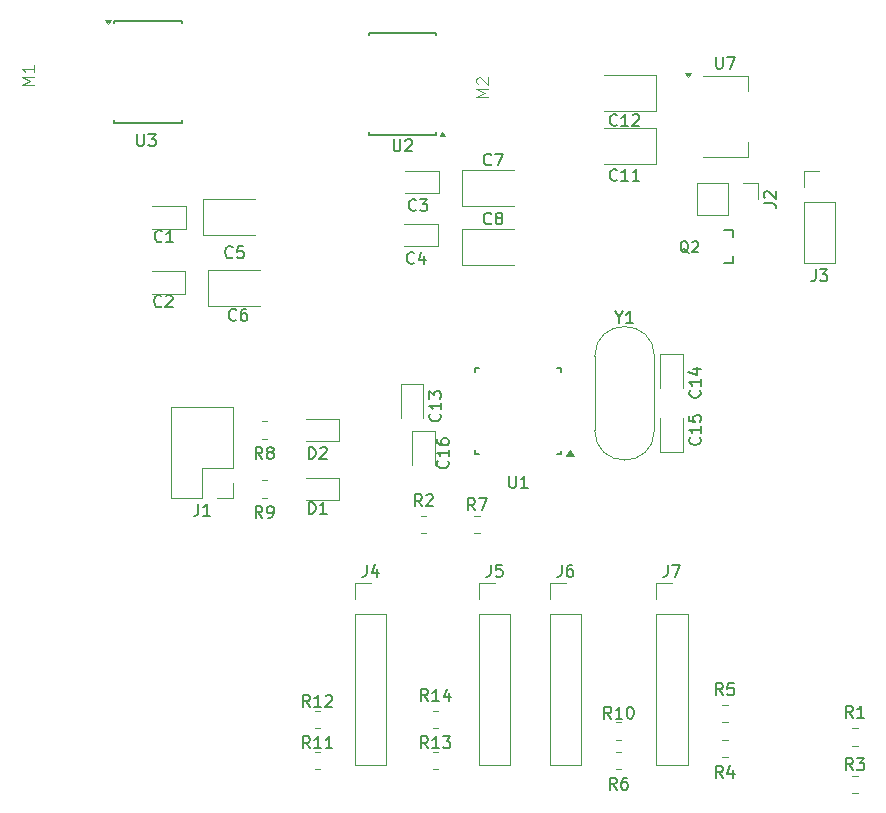
<source format=gbr>
%TF.GenerationSoftware,KiCad,Pcbnew,8.0.1*%
%TF.CreationDate,2024-06-07T20:18:40+02:00*%
%TF.ProjectId,minisumo,6d696e69-7375-46d6-9f2e-6b696361645f,rev?*%
%TF.SameCoordinates,Original*%
%TF.FileFunction,Legend,Top*%
%TF.FilePolarity,Positive*%
%FSLAX46Y46*%
G04 Gerber Fmt 4.6, Leading zero omitted, Abs format (unit mm)*
G04 Created by KiCad (PCBNEW 8.0.1) date 2024-06-07 20:18:40*
%MOMM*%
%LPD*%
G01*
G04 APERTURE LIST*
%ADD10C,0.150000*%
%ADD11C,0.100000*%
%ADD12C,0.120000*%
%ADD13C,0.203200*%
G04 APERTURE END LIST*
D10*
X72938095Y-93404819D02*
X72938095Y-94214342D01*
X72938095Y-94214342D02*
X72985714Y-94309580D01*
X72985714Y-94309580D02*
X73033333Y-94357200D01*
X73033333Y-94357200D02*
X73128571Y-94404819D01*
X73128571Y-94404819D02*
X73319047Y-94404819D01*
X73319047Y-94404819D02*
X73414285Y-94357200D01*
X73414285Y-94357200D02*
X73461904Y-94309580D01*
X73461904Y-94309580D02*
X73509523Y-94214342D01*
X73509523Y-94214342D02*
X73509523Y-93404819D01*
X73938095Y-93500057D02*
X73985714Y-93452438D01*
X73985714Y-93452438D02*
X74080952Y-93404819D01*
X74080952Y-93404819D02*
X74319047Y-93404819D01*
X74319047Y-93404819D02*
X74414285Y-93452438D01*
X74414285Y-93452438D02*
X74461904Y-93500057D01*
X74461904Y-93500057D02*
X74509523Y-93595295D01*
X74509523Y-93595295D02*
X74509523Y-93690533D01*
X74509523Y-93690533D02*
X74461904Y-93833390D01*
X74461904Y-93833390D02*
X73890476Y-94404819D01*
X73890476Y-94404819D02*
X74509523Y-94404819D01*
X81208333Y-100509580D02*
X81160714Y-100557200D01*
X81160714Y-100557200D02*
X81017857Y-100604819D01*
X81017857Y-100604819D02*
X80922619Y-100604819D01*
X80922619Y-100604819D02*
X80779762Y-100557200D01*
X80779762Y-100557200D02*
X80684524Y-100461961D01*
X80684524Y-100461961D02*
X80636905Y-100366723D01*
X80636905Y-100366723D02*
X80589286Y-100176247D01*
X80589286Y-100176247D02*
X80589286Y-100033390D01*
X80589286Y-100033390D02*
X80636905Y-99842914D01*
X80636905Y-99842914D02*
X80684524Y-99747676D01*
X80684524Y-99747676D02*
X80779762Y-99652438D01*
X80779762Y-99652438D02*
X80922619Y-99604819D01*
X80922619Y-99604819D02*
X81017857Y-99604819D01*
X81017857Y-99604819D02*
X81160714Y-99652438D01*
X81160714Y-99652438D02*
X81208333Y-99700057D01*
X81779762Y-100033390D02*
X81684524Y-99985771D01*
X81684524Y-99985771D02*
X81636905Y-99938152D01*
X81636905Y-99938152D02*
X81589286Y-99842914D01*
X81589286Y-99842914D02*
X81589286Y-99795295D01*
X81589286Y-99795295D02*
X81636905Y-99700057D01*
X81636905Y-99700057D02*
X81684524Y-99652438D01*
X81684524Y-99652438D02*
X81779762Y-99604819D01*
X81779762Y-99604819D02*
X81970238Y-99604819D01*
X81970238Y-99604819D02*
X82065476Y-99652438D01*
X82065476Y-99652438D02*
X82113095Y-99700057D01*
X82113095Y-99700057D02*
X82160714Y-99795295D01*
X82160714Y-99795295D02*
X82160714Y-99842914D01*
X82160714Y-99842914D02*
X82113095Y-99938152D01*
X82113095Y-99938152D02*
X82065476Y-99985771D01*
X82065476Y-99985771D02*
X81970238Y-100033390D01*
X81970238Y-100033390D02*
X81779762Y-100033390D01*
X81779762Y-100033390D02*
X81684524Y-100081009D01*
X81684524Y-100081009D02*
X81636905Y-100128628D01*
X81636905Y-100128628D02*
X81589286Y-100223866D01*
X81589286Y-100223866D02*
X81589286Y-100414342D01*
X81589286Y-100414342D02*
X81636905Y-100509580D01*
X81636905Y-100509580D02*
X81684524Y-100557200D01*
X81684524Y-100557200D02*
X81779762Y-100604819D01*
X81779762Y-100604819D02*
X81970238Y-100604819D01*
X81970238Y-100604819D02*
X82065476Y-100557200D01*
X82065476Y-100557200D02*
X82113095Y-100509580D01*
X82113095Y-100509580D02*
X82160714Y-100414342D01*
X82160714Y-100414342D02*
X82160714Y-100223866D01*
X82160714Y-100223866D02*
X82113095Y-100128628D01*
X82113095Y-100128628D02*
X82065476Y-100081009D01*
X82065476Y-100081009D02*
X81970238Y-100033390D01*
X70666666Y-129424819D02*
X70666666Y-130139104D01*
X70666666Y-130139104D02*
X70619047Y-130281961D01*
X70619047Y-130281961D02*
X70523809Y-130377200D01*
X70523809Y-130377200D02*
X70380952Y-130424819D01*
X70380952Y-130424819D02*
X70285714Y-130424819D01*
X71571428Y-129758152D02*
X71571428Y-130424819D01*
X71333333Y-129377200D02*
X71095238Y-130091485D01*
X71095238Y-130091485D02*
X71714285Y-130091485D01*
X79833333Y-124804819D02*
X79500000Y-124328628D01*
X79261905Y-124804819D02*
X79261905Y-123804819D01*
X79261905Y-123804819D02*
X79642857Y-123804819D01*
X79642857Y-123804819D02*
X79738095Y-123852438D01*
X79738095Y-123852438D02*
X79785714Y-123900057D01*
X79785714Y-123900057D02*
X79833333Y-123995295D01*
X79833333Y-123995295D02*
X79833333Y-124138152D01*
X79833333Y-124138152D02*
X79785714Y-124233390D01*
X79785714Y-124233390D02*
X79738095Y-124281009D01*
X79738095Y-124281009D02*
X79642857Y-124328628D01*
X79642857Y-124328628D02*
X79261905Y-124328628D01*
X80166667Y-123804819D02*
X80833333Y-123804819D01*
X80833333Y-123804819D02*
X80404762Y-124804819D01*
X98859580Y-114642857D02*
X98907200Y-114690476D01*
X98907200Y-114690476D02*
X98954819Y-114833333D01*
X98954819Y-114833333D02*
X98954819Y-114928571D01*
X98954819Y-114928571D02*
X98907200Y-115071428D01*
X98907200Y-115071428D02*
X98811961Y-115166666D01*
X98811961Y-115166666D02*
X98716723Y-115214285D01*
X98716723Y-115214285D02*
X98526247Y-115261904D01*
X98526247Y-115261904D02*
X98383390Y-115261904D01*
X98383390Y-115261904D02*
X98192914Y-115214285D01*
X98192914Y-115214285D02*
X98097676Y-115166666D01*
X98097676Y-115166666D02*
X98002438Y-115071428D01*
X98002438Y-115071428D02*
X97954819Y-114928571D01*
X97954819Y-114928571D02*
X97954819Y-114833333D01*
X97954819Y-114833333D02*
X98002438Y-114690476D01*
X98002438Y-114690476D02*
X98050057Y-114642857D01*
X98954819Y-113690476D02*
X98954819Y-114261904D01*
X98954819Y-113976190D02*
X97954819Y-113976190D01*
X97954819Y-113976190D02*
X98097676Y-114071428D01*
X98097676Y-114071428D02*
X98192914Y-114166666D01*
X98192914Y-114166666D02*
X98240533Y-114261904D01*
X98288152Y-112833333D02*
X98954819Y-112833333D01*
X97907200Y-113071428D02*
X98621485Y-113309523D01*
X98621485Y-113309523D02*
X98621485Y-112690476D01*
X91357142Y-142454819D02*
X91023809Y-141978628D01*
X90785714Y-142454819D02*
X90785714Y-141454819D01*
X90785714Y-141454819D02*
X91166666Y-141454819D01*
X91166666Y-141454819D02*
X91261904Y-141502438D01*
X91261904Y-141502438D02*
X91309523Y-141550057D01*
X91309523Y-141550057D02*
X91357142Y-141645295D01*
X91357142Y-141645295D02*
X91357142Y-141788152D01*
X91357142Y-141788152D02*
X91309523Y-141883390D01*
X91309523Y-141883390D02*
X91261904Y-141931009D01*
X91261904Y-141931009D02*
X91166666Y-141978628D01*
X91166666Y-141978628D02*
X90785714Y-141978628D01*
X92309523Y-142454819D02*
X91738095Y-142454819D01*
X92023809Y-142454819D02*
X92023809Y-141454819D01*
X92023809Y-141454819D02*
X91928571Y-141597676D01*
X91928571Y-141597676D02*
X91833333Y-141692914D01*
X91833333Y-141692914D02*
X91738095Y-141740533D01*
X92928571Y-141454819D02*
X93023809Y-141454819D01*
X93023809Y-141454819D02*
X93119047Y-141502438D01*
X93119047Y-141502438D02*
X93166666Y-141550057D01*
X93166666Y-141550057D02*
X93214285Y-141645295D01*
X93214285Y-141645295D02*
X93261904Y-141835771D01*
X93261904Y-141835771D02*
X93261904Y-142073866D01*
X93261904Y-142073866D02*
X93214285Y-142264342D01*
X93214285Y-142264342D02*
X93166666Y-142359580D01*
X93166666Y-142359580D02*
X93119047Y-142407200D01*
X93119047Y-142407200D02*
X93023809Y-142454819D01*
X93023809Y-142454819D02*
X92928571Y-142454819D01*
X92928571Y-142454819D02*
X92833333Y-142407200D01*
X92833333Y-142407200D02*
X92785714Y-142359580D01*
X92785714Y-142359580D02*
X92738095Y-142264342D01*
X92738095Y-142264342D02*
X92690476Y-142073866D01*
X92690476Y-142073866D02*
X92690476Y-141835771D01*
X92690476Y-141835771D02*
X92738095Y-141645295D01*
X92738095Y-141645295D02*
X92785714Y-141550057D01*
X92785714Y-141550057D02*
X92833333Y-141502438D01*
X92833333Y-141502438D02*
X92928571Y-141454819D01*
X97914285Y-102994271D02*
X97828571Y-102951414D01*
X97828571Y-102951414D02*
X97742857Y-102865700D01*
X97742857Y-102865700D02*
X97614285Y-102737128D01*
X97614285Y-102737128D02*
X97528571Y-102694271D01*
X97528571Y-102694271D02*
X97442857Y-102694271D01*
X97485714Y-102908557D02*
X97400000Y-102865700D01*
X97400000Y-102865700D02*
X97314285Y-102779985D01*
X97314285Y-102779985D02*
X97271428Y-102608557D01*
X97271428Y-102608557D02*
X97271428Y-102308557D01*
X97271428Y-102308557D02*
X97314285Y-102137128D01*
X97314285Y-102137128D02*
X97400000Y-102051414D01*
X97400000Y-102051414D02*
X97485714Y-102008557D01*
X97485714Y-102008557D02*
X97657142Y-102008557D01*
X97657142Y-102008557D02*
X97742857Y-102051414D01*
X97742857Y-102051414D02*
X97828571Y-102137128D01*
X97828571Y-102137128D02*
X97871428Y-102308557D01*
X97871428Y-102308557D02*
X97871428Y-102608557D01*
X97871428Y-102608557D02*
X97828571Y-102779985D01*
X97828571Y-102779985D02*
X97742857Y-102865700D01*
X97742857Y-102865700D02*
X97657142Y-102908557D01*
X97657142Y-102908557D02*
X97485714Y-102908557D01*
X98214285Y-102094271D02*
X98257142Y-102051414D01*
X98257142Y-102051414D02*
X98342857Y-102008557D01*
X98342857Y-102008557D02*
X98557142Y-102008557D01*
X98557142Y-102008557D02*
X98642857Y-102051414D01*
X98642857Y-102051414D02*
X98685714Y-102094271D01*
X98685714Y-102094271D02*
X98728571Y-102179985D01*
X98728571Y-102179985D02*
X98728571Y-102265700D01*
X98728571Y-102265700D02*
X98685714Y-102394271D01*
X98685714Y-102394271D02*
X98171428Y-102908557D01*
X98171428Y-102908557D02*
X98728571Y-102908557D01*
X81166666Y-129424819D02*
X81166666Y-130139104D01*
X81166666Y-130139104D02*
X81119047Y-130281961D01*
X81119047Y-130281961D02*
X81023809Y-130377200D01*
X81023809Y-130377200D02*
X80880952Y-130424819D01*
X80880952Y-130424819D02*
X80785714Y-130424819D01*
X82119047Y-129424819D02*
X81642857Y-129424819D01*
X81642857Y-129424819D02*
X81595238Y-129901009D01*
X81595238Y-129901009D02*
X81642857Y-129853390D01*
X81642857Y-129853390D02*
X81738095Y-129805771D01*
X81738095Y-129805771D02*
X81976190Y-129805771D01*
X81976190Y-129805771D02*
X82071428Y-129853390D01*
X82071428Y-129853390D02*
X82119047Y-129901009D01*
X82119047Y-129901009D02*
X82166666Y-129996247D01*
X82166666Y-129996247D02*
X82166666Y-130234342D01*
X82166666Y-130234342D02*
X82119047Y-130329580D01*
X82119047Y-130329580D02*
X82071428Y-130377200D01*
X82071428Y-130377200D02*
X81976190Y-130424819D01*
X81976190Y-130424819D02*
X81738095Y-130424819D01*
X81738095Y-130424819D02*
X81642857Y-130377200D01*
X81642857Y-130377200D02*
X81595238Y-130329580D01*
X92023809Y-108478628D02*
X92023809Y-108954819D01*
X91690476Y-107954819D02*
X92023809Y-108478628D01*
X92023809Y-108478628D02*
X92357142Y-107954819D01*
X93214285Y-108954819D02*
X92642857Y-108954819D01*
X92928571Y-108954819D02*
X92928571Y-107954819D01*
X92928571Y-107954819D02*
X92833333Y-108097676D01*
X92833333Y-108097676D02*
X92738095Y-108192914D01*
X92738095Y-108192914D02*
X92642857Y-108240533D01*
X98859580Y-118642857D02*
X98907200Y-118690476D01*
X98907200Y-118690476D02*
X98954819Y-118833333D01*
X98954819Y-118833333D02*
X98954819Y-118928571D01*
X98954819Y-118928571D02*
X98907200Y-119071428D01*
X98907200Y-119071428D02*
X98811961Y-119166666D01*
X98811961Y-119166666D02*
X98716723Y-119214285D01*
X98716723Y-119214285D02*
X98526247Y-119261904D01*
X98526247Y-119261904D02*
X98383390Y-119261904D01*
X98383390Y-119261904D02*
X98192914Y-119214285D01*
X98192914Y-119214285D02*
X98097676Y-119166666D01*
X98097676Y-119166666D02*
X98002438Y-119071428D01*
X98002438Y-119071428D02*
X97954819Y-118928571D01*
X97954819Y-118928571D02*
X97954819Y-118833333D01*
X97954819Y-118833333D02*
X98002438Y-118690476D01*
X98002438Y-118690476D02*
X98050057Y-118642857D01*
X98954819Y-117690476D02*
X98954819Y-118261904D01*
X98954819Y-117976190D02*
X97954819Y-117976190D01*
X97954819Y-117976190D02*
X98097676Y-118071428D01*
X98097676Y-118071428D02*
X98192914Y-118166666D01*
X98192914Y-118166666D02*
X98240533Y-118261904D01*
X97954819Y-116785714D02*
X97954819Y-117261904D01*
X97954819Y-117261904D02*
X98431009Y-117309523D01*
X98431009Y-117309523D02*
X98383390Y-117261904D01*
X98383390Y-117261904D02*
X98335771Y-117166666D01*
X98335771Y-117166666D02*
X98335771Y-116928571D01*
X98335771Y-116928571D02*
X98383390Y-116833333D01*
X98383390Y-116833333D02*
X98431009Y-116785714D01*
X98431009Y-116785714D02*
X98526247Y-116738095D01*
X98526247Y-116738095D02*
X98764342Y-116738095D01*
X98764342Y-116738095D02*
X98859580Y-116785714D01*
X98859580Y-116785714D02*
X98907200Y-116833333D01*
X98907200Y-116833333D02*
X98954819Y-116928571D01*
X98954819Y-116928571D02*
X98954819Y-117166666D01*
X98954819Y-117166666D02*
X98907200Y-117261904D01*
X98907200Y-117261904D02*
X98859580Y-117309523D01*
X75857142Y-140954819D02*
X75523809Y-140478628D01*
X75285714Y-140954819D02*
X75285714Y-139954819D01*
X75285714Y-139954819D02*
X75666666Y-139954819D01*
X75666666Y-139954819D02*
X75761904Y-140002438D01*
X75761904Y-140002438D02*
X75809523Y-140050057D01*
X75809523Y-140050057D02*
X75857142Y-140145295D01*
X75857142Y-140145295D02*
X75857142Y-140288152D01*
X75857142Y-140288152D02*
X75809523Y-140383390D01*
X75809523Y-140383390D02*
X75761904Y-140431009D01*
X75761904Y-140431009D02*
X75666666Y-140478628D01*
X75666666Y-140478628D02*
X75285714Y-140478628D01*
X76809523Y-140954819D02*
X76238095Y-140954819D01*
X76523809Y-140954819D02*
X76523809Y-139954819D01*
X76523809Y-139954819D02*
X76428571Y-140097676D01*
X76428571Y-140097676D02*
X76333333Y-140192914D01*
X76333333Y-140192914D02*
X76238095Y-140240533D01*
X77666666Y-140288152D02*
X77666666Y-140954819D01*
X77428571Y-139907200D02*
X77190476Y-140621485D01*
X77190476Y-140621485D02*
X77809523Y-140621485D01*
X74683333Y-103859580D02*
X74635714Y-103907200D01*
X74635714Y-103907200D02*
X74492857Y-103954819D01*
X74492857Y-103954819D02*
X74397619Y-103954819D01*
X74397619Y-103954819D02*
X74254762Y-103907200D01*
X74254762Y-103907200D02*
X74159524Y-103811961D01*
X74159524Y-103811961D02*
X74111905Y-103716723D01*
X74111905Y-103716723D02*
X74064286Y-103526247D01*
X74064286Y-103526247D02*
X74064286Y-103383390D01*
X74064286Y-103383390D02*
X74111905Y-103192914D01*
X74111905Y-103192914D02*
X74159524Y-103097676D01*
X74159524Y-103097676D02*
X74254762Y-103002438D01*
X74254762Y-103002438D02*
X74397619Y-102954819D01*
X74397619Y-102954819D02*
X74492857Y-102954819D01*
X74492857Y-102954819D02*
X74635714Y-103002438D01*
X74635714Y-103002438D02*
X74683333Y-103050057D01*
X75540476Y-103288152D02*
X75540476Y-103954819D01*
X75302381Y-102907200D02*
X75064286Y-103621485D01*
X75064286Y-103621485D02*
X75683333Y-103621485D01*
X77509580Y-120617857D02*
X77557200Y-120665476D01*
X77557200Y-120665476D02*
X77604819Y-120808333D01*
X77604819Y-120808333D02*
X77604819Y-120903571D01*
X77604819Y-120903571D02*
X77557200Y-121046428D01*
X77557200Y-121046428D02*
X77461961Y-121141666D01*
X77461961Y-121141666D02*
X77366723Y-121189285D01*
X77366723Y-121189285D02*
X77176247Y-121236904D01*
X77176247Y-121236904D02*
X77033390Y-121236904D01*
X77033390Y-121236904D02*
X76842914Y-121189285D01*
X76842914Y-121189285D02*
X76747676Y-121141666D01*
X76747676Y-121141666D02*
X76652438Y-121046428D01*
X76652438Y-121046428D02*
X76604819Y-120903571D01*
X76604819Y-120903571D02*
X76604819Y-120808333D01*
X76604819Y-120808333D02*
X76652438Y-120665476D01*
X76652438Y-120665476D02*
X76700057Y-120617857D01*
X77604819Y-119665476D02*
X77604819Y-120236904D01*
X77604819Y-119951190D02*
X76604819Y-119951190D01*
X76604819Y-119951190D02*
X76747676Y-120046428D01*
X76747676Y-120046428D02*
X76842914Y-120141666D01*
X76842914Y-120141666D02*
X76890533Y-120236904D01*
X76604819Y-118808333D02*
X76604819Y-118998809D01*
X76604819Y-118998809D02*
X76652438Y-119094047D01*
X76652438Y-119094047D02*
X76700057Y-119141666D01*
X76700057Y-119141666D02*
X76842914Y-119236904D01*
X76842914Y-119236904D02*
X77033390Y-119284523D01*
X77033390Y-119284523D02*
X77414342Y-119284523D01*
X77414342Y-119284523D02*
X77509580Y-119236904D01*
X77509580Y-119236904D02*
X77557200Y-119189285D01*
X77557200Y-119189285D02*
X77604819Y-119094047D01*
X77604819Y-119094047D02*
X77604819Y-118903571D01*
X77604819Y-118903571D02*
X77557200Y-118808333D01*
X77557200Y-118808333D02*
X77509580Y-118760714D01*
X77509580Y-118760714D02*
X77414342Y-118713095D01*
X77414342Y-118713095D02*
X77176247Y-118713095D01*
X77176247Y-118713095D02*
X77081009Y-118760714D01*
X77081009Y-118760714D02*
X77033390Y-118808333D01*
X77033390Y-118808333D02*
X76985771Y-118903571D01*
X76985771Y-118903571D02*
X76985771Y-119094047D01*
X76985771Y-119094047D02*
X77033390Y-119189285D01*
X77033390Y-119189285D02*
X77081009Y-119236904D01*
X77081009Y-119236904D02*
X77176247Y-119284523D01*
X100238095Y-86414819D02*
X100238095Y-87224342D01*
X100238095Y-87224342D02*
X100285714Y-87319580D01*
X100285714Y-87319580D02*
X100333333Y-87367200D01*
X100333333Y-87367200D02*
X100428571Y-87414819D01*
X100428571Y-87414819D02*
X100619047Y-87414819D01*
X100619047Y-87414819D02*
X100714285Y-87367200D01*
X100714285Y-87367200D02*
X100761904Y-87319580D01*
X100761904Y-87319580D02*
X100809523Y-87224342D01*
X100809523Y-87224342D02*
X100809523Y-86414819D01*
X101190476Y-86414819D02*
X101857142Y-86414819D01*
X101857142Y-86414819D02*
X101428571Y-87414819D01*
X111833333Y-146804819D02*
X111500000Y-146328628D01*
X111261905Y-146804819D02*
X111261905Y-145804819D01*
X111261905Y-145804819D02*
X111642857Y-145804819D01*
X111642857Y-145804819D02*
X111738095Y-145852438D01*
X111738095Y-145852438D02*
X111785714Y-145900057D01*
X111785714Y-145900057D02*
X111833333Y-145995295D01*
X111833333Y-145995295D02*
X111833333Y-146138152D01*
X111833333Y-146138152D02*
X111785714Y-146233390D01*
X111785714Y-146233390D02*
X111738095Y-146281009D01*
X111738095Y-146281009D02*
X111642857Y-146328628D01*
X111642857Y-146328628D02*
X111261905Y-146328628D01*
X112166667Y-145804819D02*
X112785714Y-145804819D01*
X112785714Y-145804819D02*
X112452381Y-146185771D01*
X112452381Y-146185771D02*
X112595238Y-146185771D01*
X112595238Y-146185771D02*
X112690476Y-146233390D01*
X112690476Y-146233390D02*
X112738095Y-146281009D01*
X112738095Y-146281009D02*
X112785714Y-146376247D01*
X112785714Y-146376247D02*
X112785714Y-146614342D01*
X112785714Y-146614342D02*
X112738095Y-146709580D01*
X112738095Y-146709580D02*
X112690476Y-146757200D01*
X112690476Y-146757200D02*
X112595238Y-146804819D01*
X112595238Y-146804819D02*
X112309524Y-146804819D01*
X112309524Y-146804819D02*
X112214286Y-146757200D01*
X112214286Y-146757200D02*
X112166667Y-146709580D01*
X75333333Y-124454819D02*
X75000000Y-123978628D01*
X74761905Y-124454819D02*
X74761905Y-123454819D01*
X74761905Y-123454819D02*
X75142857Y-123454819D01*
X75142857Y-123454819D02*
X75238095Y-123502438D01*
X75238095Y-123502438D02*
X75285714Y-123550057D01*
X75285714Y-123550057D02*
X75333333Y-123645295D01*
X75333333Y-123645295D02*
X75333333Y-123788152D01*
X75333333Y-123788152D02*
X75285714Y-123883390D01*
X75285714Y-123883390D02*
X75238095Y-123931009D01*
X75238095Y-123931009D02*
X75142857Y-123978628D01*
X75142857Y-123978628D02*
X74761905Y-123978628D01*
X75714286Y-123550057D02*
X75761905Y-123502438D01*
X75761905Y-123502438D02*
X75857143Y-123454819D01*
X75857143Y-123454819D02*
X76095238Y-123454819D01*
X76095238Y-123454819D02*
X76190476Y-123502438D01*
X76190476Y-123502438D02*
X76238095Y-123550057D01*
X76238095Y-123550057D02*
X76285714Y-123645295D01*
X76285714Y-123645295D02*
X76285714Y-123740533D01*
X76285714Y-123740533D02*
X76238095Y-123883390D01*
X76238095Y-123883390D02*
X75666667Y-124454819D01*
X75666667Y-124454819D02*
X76285714Y-124454819D01*
X100833333Y-147454819D02*
X100500000Y-146978628D01*
X100261905Y-147454819D02*
X100261905Y-146454819D01*
X100261905Y-146454819D02*
X100642857Y-146454819D01*
X100642857Y-146454819D02*
X100738095Y-146502438D01*
X100738095Y-146502438D02*
X100785714Y-146550057D01*
X100785714Y-146550057D02*
X100833333Y-146645295D01*
X100833333Y-146645295D02*
X100833333Y-146788152D01*
X100833333Y-146788152D02*
X100785714Y-146883390D01*
X100785714Y-146883390D02*
X100738095Y-146931009D01*
X100738095Y-146931009D02*
X100642857Y-146978628D01*
X100642857Y-146978628D02*
X100261905Y-146978628D01*
X101690476Y-146788152D02*
X101690476Y-147454819D01*
X101452381Y-146407200D02*
X101214286Y-147121485D01*
X101214286Y-147121485D02*
X101833333Y-147121485D01*
D11*
X80957419Y-89809523D02*
X79957419Y-89809523D01*
X79957419Y-89809523D02*
X80671704Y-89476190D01*
X80671704Y-89476190D02*
X79957419Y-89142857D01*
X79957419Y-89142857D02*
X80957419Y-89142857D01*
X80052657Y-88714285D02*
X80005038Y-88666666D01*
X80005038Y-88666666D02*
X79957419Y-88571428D01*
X79957419Y-88571428D02*
X79957419Y-88333333D01*
X79957419Y-88333333D02*
X80005038Y-88238095D01*
X80005038Y-88238095D02*
X80052657Y-88190476D01*
X80052657Y-88190476D02*
X80147895Y-88142857D01*
X80147895Y-88142857D02*
X80243133Y-88142857D01*
X80243133Y-88142857D02*
X80385990Y-88190476D01*
X80385990Y-88190476D02*
X80957419Y-88761904D01*
X80957419Y-88761904D02*
X80957419Y-88142857D01*
D10*
X76859580Y-116642857D02*
X76907200Y-116690476D01*
X76907200Y-116690476D02*
X76954819Y-116833333D01*
X76954819Y-116833333D02*
X76954819Y-116928571D01*
X76954819Y-116928571D02*
X76907200Y-117071428D01*
X76907200Y-117071428D02*
X76811961Y-117166666D01*
X76811961Y-117166666D02*
X76716723Y-117214285D01*
X76716723Y-117214285D02*
X76526247Y-117261904D01*
X76526247Y-117261904D02*
X76383390Y-117261904D01*
X76383390Y-117261904D02*
X76192914Y-117214285D01*
X76192914Y-117214285D02*
X76097676Y-117166666D01*
X76097676Y-117166666D02*
X76002438Y-117071428D01*
X76002438Y-117071428D02*
X75954819Y-116928571D01*
X75954819Y-116928571D02*
X75954819Y-116833333D01*
X75954819Y-116833333D02*
X76002438Y-116690476D01*
X76002438Y-116690476D02*
X76050057Y-116642857D01*
X76954819Y-115690476D02*
X76954819Y-116261904D01*
X76954819Y-115976190D02*
X75954819Y-115976190D01*
X75954819Y-115976190D02*
X76097676Y-116071428D01*
X76097676Y-116071428D02*
X76192914Y-116166666D01*
X76192914Y-116166666D02*
X76240533Y-116261904D01*
X75954819Y-115357142D02*
X75954819Y-114738095D01*
X75954819Y-114738095D02*
X76335771Y-115071428D01*
X76335771Y-115071428D02*
X76335771Y-114928571D01*
X76335771Y-114928571D02*
X76383390Y-114833333D01*
X76383390Y-114833333D02*
X76431009Y-114785714D01*
X76431009Y-114785714D02*
X76526247Y-114738095D01*
X76526247Y-114738095D02*
X76764342Y-114738095D01*
X76764342Y-114738095D02*
X76859580Y-114785714D01*
X76859580Y-114785714D02*
X76907200Y-114833333D01*
X76907200Y-114833333D02*
X76954819Y-114928571D01*
X76954819Y-114928571D02*
X76954819Y-115214285D01*
X76954819Y-115214285D02*
X76907200Y-115309523D01*
X76907200Y-115309523D02*
X76859580Y-115357142D01*
X65857142Y-141454819D02*
X65523809Y-140978628D01*
X65285714Y-141454819D02*
X65285714Y-140454819D01*
X65285714Y-140454819D02*
X65666666Y-140454819D01*
X65666666Y-140454819D02*
X65761904Y-140502438D01*
X65761904Y-140502438D02*
X65809523Y-140550057D01*
X65809523Y-140550057D02*
X65857142Y-140645295D01*
X65857142Y-140645295D02*
X65857142Y-140788152D01*
X65857142Y-140788152D02*
X65809523Y-140883390D01*
X65809523Y-140883390D02*
X65761904Y-140931009D01*
X65761904Y-140931009D02*
X65666666Y-140978628D01*
X65666666Y-140978628D02*
X65285714Y-140978628D01*
X66809523Y-141454819D02*
X66238095Y-141454819D01*
X66523809Y-141454819D02*
X66523809Y-140454819D01*
X66523809Y-140454819D02*
X66428571Y-140597676D01*
X66428571Y-140597676D02*
X66333333Y-140692914D01*
X66333333Y-140692914D02*
X66238095Y-140740533D01*
X67190476Y-140550057D02*
X67238095Y-140502438D01*
X67238095Y-140502438D02*
X67333333Y-140454819D01*
X67333333Y-140454819D02*
X67571428Y-140454819D01*
X67571428Y-140454819D02*
X67666666Y-140502438D01*
X67666666Y-140502438D02*
X67714285Y-140550057D01*
X67714285Y-140550057D02*
X67761904Y-140645295D01*
X67761904Y-140645295D02*
X67761904Y-140740533D01*
X67761904Y-140740533D02*
X67714285Y-140883390D01*
X67714285Y-140883390D02*
X67142857Y-141454819D01*
X67142857Y-141454819D02*
X67761904Y-141454819D01*
X61833333Y-125454819D02*
X61500000Y-124978628D01*
X61261905Y-125454819D02*
X61261905Y-124454819D01*
X61261905Y-124454819D02*
X61642857Y-124454819D01*
X61642857Y-124454819D02*
X61738095Y-124502438D01*
X61738095Y-124502438D02*
X61785714Y-124550057D01*
X61785714Y-124550057D02*
X61833333Y-124645295D01*
X61833333Y-124645295D02*
X61833333Y-124788152D01*
X61833333Y-124788152D02*
X61785714Y-124883390D01*
X61785714Y-124883390D02*
X61738095Y-124931009D01*
X61738095Y-124931009D02*
X61642857Y-124978628D01*
X61642857Y-124978628D02*
X61261905Y-124978628D01*
X62309524Y-125454819D02*
X62500000Y-125454819D01*
X62500000Y-125454819D02*
X62595238Y-125407200D01*
X62595238Y-125407200D02*
X62642857Y-125359580D01*
X62642857Y-125359580D02*
X62738095Y-125216723D01*
X62738095Y-125216723D02*
X62785714Y-125026247D01*
X62785714Y-125026247D02*
X62785714Y-124645295D01*
X62785714Y-124645295D02*
X62738095Y-124550057D01*
X62738095Y-124550057D02*
X62690476Y-124502438D01*
X62690476Y-124502438D02*
X62595238Y-124454819D01*
X62595238Y-124454819D02*
X62404762Y-124454819D01*
X62404762Y-124454819D02*
X62309524Y-124502438D01*
X62309524Y-124502438D02*
X62261905Y-124550057D01*
X62261905Y-124550057D02*
X62214286Y-124645295D01*
X62214286Y-124645295D02*
X62214286Y-124883390D01*
X62214286Y-124883390D02*
X62261905Y-124978628D01*
X62261905Y-124978628D02*
X62309524Y-125026247D01*
X62309524Y-125026247D02*
X62404762Y-125073866D01*
X62404762Y-125073866D02*
X62595238Y-125073866D01*
X62595238Y-125073866D02*
X62690476Y-125026247D01*
X62690476Y-125026247D02*
X62738095Y-124978628D01*
X62738095Y-124978628D02*
X62785714Y-124883390D01*
X65761905Y-125104819D02*
X65761905Y-124104819D01*
X65761905Y-124104819D02*
X66000000Y-124104819D01*
X66000000Y-124104819D02*
X66142857Y-124152438D01*
X66142857Y-124152438D02*
X66238095Y-124247676D01*
X66238095Y-124247676D02*
X66285714Y-124342914D01*
X66285714Y-124342914D02*
X66333333Y-124533390D01*
X66333333Y-124533390D02*
X66333333Y-124676247D01*
X66333333Y-124676247D02*
X66285714Y-124866723D01*
X66285714Y-124866723D02*
X66238095Y-124961961D01*
X66238095Y-124961961D02*
X66142857Y-125057200D01*
X66142857Y-125057200D02*
X66000000Y-125104819D01*
X66000000Y-125104819D02*
X65761905Y-125104819D01*
X67285714Y-125104819D02*
X66714286Y-125104819D01*
X67000000Y-125104819D02*
X67000000Y-124104819D01*
X67000000Y-124104819D02*
X66904762Y-124247676D01*
X66904762Y-124247676D02*
X66809524Y-124342914D01*
X66809524Y-124342914D02*
X66714286Y-124390533D01*
X56406666Y-124254819D02*
X56406666Y-124969104D01*
X56406666Y-124969104D02*
X56359047Y-125111961D01*
X56359047Y-125111961D02*
X56263809Y-125207200D01*
X56263809Y-125207200D02*
X56120952Y-125254819D01*
X56120952Y-125254819D02*
X56025714Y-125254819D01*
X57406666Y-125254819D02*
X56835238Y-125254819D01*
X57120952Y-125254819D02*
X57120952Y-124254819D01*
X57120952Y-124254819D02*
X57025714Y-124397676D01*
X57025714Y-124397676D02*
X56930476Y-124492914D01*
X56930476Y-124492914D02*
X56835238Y-124540533D01*
X59308333Y-103359580D02*
X59260714Y-103407200D01*
X59260714Y-103407200D02*
X59117857Y-103454819D01*
X59117857Y-103454819D02*
X59022619Y-103454819D01*
X59022619Y-103454819D02*
X58879762Y-103407200D01*
X58879762Y-103407200D02*
X58784524Y-103311961D01*
X58784524Y-103311961D02*
X58736905Y-103216723D01*
X58736905Y-103216723D02*
X58689286Y-103026247D01*
X58689286Y-103026247D02*
X58689286Y-102883390D01*
X58689286Y-102883390D02*
X58736905Y-102692914D01*
X58736905Y-102692914D02*
X58784524Y-102597676D01*
X58784524Y-102597676D02*
X58879762Y-102502438D01*
X58879762Y-102502438D02*
X59022619Y-102454819D01*
X59022619Y-102454819D02*
X59117857Y-102454819D01*
X59117857Y-102454819D02*
X59260714Y-102502438D01*
X59260714Y-102502438D02*
X59308333Y-102550057D01*
X60213095Y-102454819D02*
X59736905Y-102454819D01*
X59736905Y-102454819D02*
X59689286Y-102931009D01*
X59689286Y-102931009D02*
X59736905Y-102883390D01*
X59736905Y-102883390D02*
X59832143Y-102835771D01*
X59832143Y-102835771D02*
X60070238Y-102835771D01*
X60070238Y-102835771D02*
X60165476Y-102883390D01*
X60165476Y-102883390D02*
X60213095Y-102931009D01*
X60213095Y-102931009D02*
X60260714Y-103026247D01*
X60260714Y-103026247D02*
X60260714Y-103264342D01*
X60260714Y-103264342D02*
X60213095Y-103359580D01*
X60213095Y-103359580D02*
X60165476Y-103407200D01*
X60165476Y-103407200D02*
X60070238Y-103454819D01*
X60070238Y-103454819D02*
X59832143Y-103454819D01*
X59832143Y-103454819D02*
X59736905Y-103407200D01*
X59736905Y-103407200D02*
X59689286Y-103359580D01*
X75857142Y-144954819D02*
X75523809Y-144478628D01*
X75285714Y-144954819D02*
X75285714Y-143954819D01*
X75285714Y-143954819D02*
X75666666Y-143954819D01*
X75666666Y-143954819D02*
X75761904Y-144002438D01*
X75761904Y-144002438D02*
X75809523Y-144050057D01*
X75809523Y-144050057D02*
X75857142Y-144145295D01*
X75857142Y-144145295D02*
X75857142Y-144288152D01*
X75857142Y-144288152D02*
X75809523Y-144383390D01*
X75809523Y-144383390D02*
X75761904Y-144431009D01*
X75761904Y-144431009D02*
X75666666Y-144478628D01*
X75666666Y-144478628D02*
X75285714Y-144478628D01*
X76809523Y-144954819D02*
X76238095Y-144954819D01*
X76523809Y-144954819D02*
X76523809Y-143954819D01*
X76523809Y-143954819D02*
X76428571Y-144097676D01*
X76428571Y-144097676D02*
X76333333Y-144192914D01*
X76333333Y-144192914D02*
X76238095Y-144240533D01*
X77142857Y-143954819D02*
X77761904Y-143954819D01*
X77761904Y-143954819D02*
X77428571Y-144335771D01*
X77428571Y-144335771D02*
X77571428Y-144335771D01*
X77571428Y-144335771D02*
X77666666Y-144383390D01*
X77666666Y-144383390D02*
X77714285Y-144431009D01*
X77714285Y-144431009D02*
X77761904Y-144526247D01*
X77761904Y-144526247D02*
X77761904Y-144764342D01*
X77761904Y-144764342D02*
X77714285Y-144859580D01*
X77714285Y-144859580D02*
X77666666Y-144907200D01*
X77666666Y-144907200D02*
X77571428Y-144954819D01*
X77571428Y-144954819D02*
X77285714Y-144954819D01*
X77285714Y-144954819D02*
X77190476Y-144907200D01*
X77190476Y-144907200D02*
X77142857Y-144859580D01*
X108666666Y-104414819D02*
X108666666Y-105129104D01*
X108666666Y-105129104D02*
X108619047Y-105271961D01*
X108619047Y-105271961D02*
X108523809Y-105367200D01*
X108523809Y-105367200D02*
X108380952Y-105414819D01*
X108380952Y-105414819D02*
X108285714Y-105414819D01*
X109047619Y-104414819D02*
X109666666Y-104414819D01*
X109666666Y-104414819D02*
X109333333Y-104795771D01*
X109333333Y-104795771D02*
X109476190Y-104795771D01*
X109476190Y-104795771D02*
X109571428Y-104843390D01*
X109571428Y-104843390D02*
X109619047Y-104891009D01*
X109619047Y-104891009D02*
X109666666Y-104986247D01*
X109666666Y-104986247D02*
X109666666Y-105224342D01*
X109666666Y-105224342D02*
X109619047Y-105319580D01*
X109619047Y-105319580D02*
X109571428Y-105367200D01*
X109571428Y-105367200D02*
X109476190Y-105414819D01*
X109476190Y-105414819D02*
X109190476Y-105414819D01*
X109190476Y-105414819D02*
X109095238Y-105367200D01*
X109095238Y-105367200D02*
X109047619Y-105319580D01*
X91857142Y-96819580D02*
X91809523Y-96867200D01*
X91809523Y-96867200D02*
X91666666Y-96914819D01*
X91666666Y-96914819D02*
X91571428Y-96914819D01*
X91571428Y-96914819D02*
X91428571Y-96867200D01*
X91428571Y-96867200D02*
X91333333Y-96771961D01*
X91333333Y-96771961D02*
X91285714Y-96676723D01*
X91285714Y-96676723D02*
X91238095Y-96486247D01*
X91238095Y-96486247D02*
X91238095Y-96343390D01*
X91238095Y-96343390D02*
X91285714Y-96152914D01*
X91285714Y-96152914D02*
X91333333Y-96057676D01*
X91333333Y-96057676D02*
X91428571Y-95962438D01*
X91428571Y-95962438D02*
X91571428Y-95914819D01*
X91571428Y-95914819D02*
X91666666Y-95914819D01*
X91666666Y-95914819D02*
X91809523Y-95962438D01*
X91809523Y-95962438D02*
X91857142Y-96010057D01*
X92809523Y-96914819D02*
X92238095Y-96914819D01*
X92523809Y-96914819D02*
X92523809Y-95914819D01*
X92523809Y-95914819D02*
X92428571Y-96057676D01*
X92428571Y-96057676D02*
X92333333Y-96152914D01*
X92333333Y-96152914D02*
X92238095Y-96200533D01*
X93761904Y-96914819D02*
X93190476Y-96914819D01*
X93476190Y-96914819D02*
X93476190Y-95914819D01*
X93476190Y-95914819D02*
X93380952Y-96057676D01*
X93380952Y-96057676D02*
X93285714Y-96152914D01*
X93285714Y-96152914D02*
X93190476Y-96200533D01*
X91833333Y-148454819D02*
X91500000Y-147978628D01*
X91261905Y-148454819D02*
X91261905Y-147454819D01*
X91261905Y-147454819D02*
X91642857Y-147454819D01*
X91642857Y-147454819D02*
X91738095Y-147502438D01*
X91738095Y-147502438D02*
X91785714Y-147550057D01*
X91785714Y-147550057D02*
X91833333Y-147645295D01*
X91833333Y-147645295D02*
X91833333Y-147788152D01*
X91833333Y-147788152D02*
X91785714Y-147883390D01*
X91785714Y-147883390D02*
X91738095Y-147931009D01*
X91738095Y-147931009D02*
X91642857Y-147978628D01*
X91642857Y-147978628D02*
X91261905Y-147978628D01*
X92690476Y-147454819D02*
X92500000Y-147454819D01*
X92500000Y-147454819D02*
X92404762Y-147502438D01*
X92404762Y-147502438D02*
X92357143Y-147550057D01*
X92357143Y-147550057D02*
X92261905Y-147692914D01*
X92261905Y-147692914D02*
X92214286Y-147883390D01*
X92214286Y-147883390D02*
X92214286Y-148264342D01*
X92214286Y-148264342D02*
X92261905Y-148359580D01*
X92261905Y-148359580D02*
X92309524Y-148407200D01*
X92309524Y-148407200D02*
X92404762Y-148454819D01*
X92404762Y-148454819D02*
X92595238Y-148454819D01*
X92595238Y-148454819D02*
X92690476Y-148407200D01*
X92690476Y-148407200D02*
X92738095Y-148359580D01*
X92738095Y-148359580D02*
X92785714Y-148264342D01*
X92785714Y-148264342D02*
X92785714Y-148026247D01*
X92785714Y-148026247D02*
X92738095Y-147931009D01*
X92738095Y-147931009D02*
X92690476Y-147883390D01*
X92690476Y-147883390D02*
X92595238Y-147835771D01*
X92595238Y-147835771D02*
X92404762Y-147835771D01*
X92404762Y-147835771D02*
X92309524Y-147883390D01*
X92309524Y-147883390D02*
X92261905Y-147931009D01*
X92261905Y-147931009D02*
X92214286Y-148026247D01*
X81208333Y-95509580D02*
X81160714Y-95557200D01*
X81160714Y-95557200D02*
X81017857Y-95604819D01*
X81017857Y-95604819D02*
X80922619Y-95604819D01*
X80922619Y-95604819D02*
X80779762Y-95557200D01*
X80779762Y-95557200D02*
X80684524Y-95461961D01*
X80684524Y-95461961D02*
X80636905Y-95366723D01*
X80636905Y-95366723D02*
X80589286Y-95176247D01*
X80589286Y-95176247D02*
X80589286Y-95033390D01*
X80589286Y-95033390D02*
X80636905Y-94842914D01*
X80636905Y-94842914D02*
X80684524Y-94747676D01*
X80684524Y-94747676D02*
X80779762Y-94652438D01*
X80779762Y-94652438D02*
X80922619Y-94604819D01*
X80922619Y-94604819D02*
X81017857Y-94604819D01*
X81017857Y-94604819D02*
X81160714Y-94652438D01*
X81160714Y-94652438D02*
X81208333Y-94700057D01*
X81541667Y-94604819D02*
X82208333Y-94604819D01*
X82208333Y-94604819D02*
X81779762Y-95604819D01*
X82738095Y-121904819D02*
X82738095Y-122714342D01*
X82738095Y-122714342D02*
X82785714Y-122809580D01*
X82785714Y-122809580D02*
X82833333Y-122857200D01*
X82833333Y-122857200D02*
X82928571Y-122904819D01*
X82928571Y-122904819D02*
X83119047Y-122904819D01*
X83119047Y-122904819D02*
X83214285Y-122857200D01*
X83214285Y-122857200D02*
X83261904Y-122809580D01*
X83261904Y-122809580D02*
X83309523Y-122714342D01*
X83309523Y-122714342D02*
X83309523Y-121904819D01*
X84309523Y-122904819D02*
X83738095Y-122904819D01*
X84023809Y-122904819D02*
X84023809Y-121904819D01*
X84023809Y-121904819D02*
X83928571Y-122047676D01*
X83928571Y-122047676D02*
X83833333Y-122142914D01*
X83833333Y-122142914D02*
X83738095Y-122190533D01*
X100833333Y-140454819D02*
X100500000Y-139978628D01*
X100261905Y-140454819D02*
X100261905Y-139454819D01*
X100261905Y-139454819D02*
X100642857Y-139454819D01*
X100642857Y-139454819D02*
X100738095Y-139502438D01*
X100738095Y-139502438D02*
X100785714Y-139550057D01*
X100785714Y-139550057D02*
X100833333Y-139645295D01*
X100833333Y-139645295D02*
X100833333Y-139788152D01*
X100833333Y-139788152D02*
X100785714Y-139883390D01*
X100785714Y-139883390D02*
X100738095Y-139931009D01*
X100738095Y-139931009D02*
X100642857Y-139978628D01*
X100642857Y-139978628D02*
X100261905Y-139978628D01*
X101738095Y-139454819D02*
X101261905Y-139454819D01*
X101261905Y-139454819D02*
X101214286Y-139931009D01*
X101214286Y-139931009D02*
X101261905Y-139883390D01*
X101261905Y-139883390D02*
X101357143Y-139835771D01*
X101357143Y-139835771D02*
X101595238Y-139835771D01*
X101595238Y-139835771D02*
X101690476Y-139883390D01*
X101690476Y-139883390D02*
X101738095Y-139931009D01*
X101738095Y-139931009D02*
X101785714Y-140026247D01*
X101785714Y-140026247D02*
X101785714Y-140264342D01*
X101785714Y-140264342D02*
X101738095Y-140359580D01*
X101738095Y-140359580D02*
X101690476Y-140407200D01*
X101690476Y-140407200D02*
X101595238Y-140454819D01*
X101595238Y-140454819D02*
X101357143Y-140454819D01*
X101357143Y-140454819D02*
X101261905Y-140407200D01*
X101261905Y-140407200D02*
X101214286Y-140359580D01*
X87166666Y-129424819D02*
X87166666Y-130139104D01*
X87166666Y-130139104D02*
X87119047Y-130281961D01*
X87119047Y-130281961D02*
X87023809Y-130377200D01*
X87023809Y-130377200D02*
X86880952Y-130424819D01*
X86880952Y-130424819D02*
X86785714Y-130424819D01*
X88071428Y-129424819D02*
X87880952Y-129424819D01*
X87880952Y-129424819D02*
X87785714Y-129472438D01*
X87785714Y-129472438D02*
X87738095Y-129520057D01*
X87738095Y-129520057D02*
X87642857Y-129662914D01*
X87642857Y-129662914D02*
X87595238Y-129853390D01*
X87595238Y-129853390D02*
X87595238Y-130234342D01*
X87595238Y-130234342D02*
X87642857Y-130329580D01*
X87642857Y-130329580D02*
X87690476Y-130377200D01*
X87690476Y-130377200D02*
X87785714Y-130424819D01*
X87785714Y-130424819D02*
X87976190Y-130424819D01*
X87976190Y-130424819D02*
X88071428Y-130377200D01*
X88071428Y-130377200D02*
X88119047Y-130329580D01*
X88119047Y-130329580D02*
X88166666Y-130234342D01*
X88166666Y-130234342D02*
X88166666Y-129996247D01*
X88166666Y-129996247D02*
X88119047Y-129901009D01*
X88119047Y-129901009D02*
X88071428Y-129853390D01*
X88071428Y-129853390D02*
X87976190Y-129805771D01*
X87976190Y-129805771D02*
X87785714Y-129805771D01*
X87785714Y-129805771D02*
X87690476Y-129853390D01*
X87690476Y-129853390D02*
X87642857Y-129901009D01*
X87642857Y-129901009D02*
X87595238Y-129996247D01*
X65857142Y-144954819D02*
X65523809Y-144478628D01*
X65285714Y-144954819D02*
X65285714Y-143954819D01*
X65285714Y-143954819D02*
X65666666Y-143954819D01*
X65666666Y-143954819D02*
X65761904Y-144002438D01*
X65761904Y-144002438D02*
X65809523Y-144050057D01*
X65809523Y-144050057D02*
X65857142Y-144145295D01*
X65857142Y-144145295D02*
X65857142Y-144288152D01*
X65857142Y-144288152D02*
X65809523Y-144383390D01*
X65809523Y-144383390D02*
X65761904Y-144431009D01*
X65761904Y-144431009D02*
X65666666Y-144478628D01*
X65666666Y-144478628D02*
X65285714Y-144478628D01*
X66809523Y-144954819D02*
X66238095Y-144954819D01*
X66523809Y-144954819D02*
X66523809Y-143954819D01*
X66523809Y-143954819D02*
X66428571Y-144097676D01*
X66428571Y-144097676D02*
X66333333Y-144192914D01*
X66333333Y-144192914D02*
X66238095Y-144240533D01*
X67761904Y-144954819D02*
X67190476Y-144954819D01*
X67476190Y-144954819D02*
X67476190Y-143954819D01*
X67476190Y-143954819D02*
X67380952Y-144097676D01*
X67380952Y-144097676D02*
X67285714Y-144192914D01*
X67285714Y-144192914D02*
X67190476Y-144240533D01*
X53283333Y-107509580D02*
X53235714Y-107557200D01*
X53235714Y-107557200D02*
X53092857Y-107604819D01*
X53092857Y-107604819D02*
X52997619Y-107604819D01*
X52997619Y-107604819D02*
X52854762Y-107557200D01*
X52854762Y-107557200D02*
X52759524Y-107461961D01*
X52759524Y-107461961D02*
X52711905Y-107366723D01*
X52711905Y-107366723D02*
X52664286Y-107176247D01*
X52664286Y-107176247D02*
X52664286Y-107033390D01*
X52664286Y-107033390D02*
X52711905Y-106842914D01*
X52711905Y-106842914D02*
X52759524Y-106747676D01*
X52759524Y-106747676D02*
X52854762Y-106652438D01*
X52854762Y-106652438D02*
X52997619Y-106604819D01*
X52997619Y-106604819D02*
X53092857Y-106604819D01*
X53092857Y-106604819D02*
X53235714Y-106652438D01*
X53235714Y-106652438D02*
X53283333Y-106700057D01*
X53664286Y-106700057D02*
X53711905Y-106652438D01*
X53711905Y-106652438D02*
X53807143Y-106604819D01*
X53807143Y-106604819D02*
X54045238Y-106604819D01*
X54045238Y-106604819D02*
X54140476Y-106652438D01*
X54140476Y-106652438D02*
X54188095Y-106700057D01*
X54188095Y-106700057D02*
X54235714Y-106795295D01*
X54235714Y-106795295D02*
X54235714Y-106890533D01*
X54235714Y-106890533D02*
X54188095Y-107033390D01*
X54188095Y-107033390D02*
X53616667Y-107604819D01*
X53616667Y-107604819D02*
X54235714Y-107604819D01*
X65761905Y-120454819D02*
X65761905Y-119454819D01*
X65761905Y-119454819D02*
X66000000Y-119454819D01*
X66000000Y-119454819D02*
X66142857Y-119502438D01*
X66142857Y-119502438D02*
X66238095Y-119597676D01*
X66238095Y-119597676D02*
X66285714Y-119692914D01*
X66285714Y-119692914D02*
X66333333Y-119883390D01*
X66333333Y-119883390D02*
X66333333Y-120026247D01*
X66333333Y-120026247D02*
X66285714Y-120216723D01*
X66285714Y-120216723D02*
X66238095Y-120311961D01*
X66238095Y-120311961D02*
X66142857Y-120407200D01*
X66142857Y-120407200D02*
X66000000Y-120454819D01*
X66000000Y-120454819D02*
X65761905Y-120454819D01*
X66714286Y-119550057D02*
X66761905Y-119502438D01*
X66761905Y-119502438D02*
X66857143Y-119454819D01*
X66857143Y-119454819D02*
X67095238Y-119454819D01*
X67095238Y-119454819D02*
X67190476Y-119502438D01*
X67190476Y-119502438D02*
X67238095Y-119550057D01*
X67238095Y-119550057D02*
X67285714Y-119645295D01*
X67285714Y-119645295D02*
X67285714Y-119740533D01*
X67285714Y-119740533D02*
X67238095Y-119883390D01*
X67238095Y-119883390D02*
X66666667Y-120454819D01*
X66666667Y-120454819D02*
X67285714Y-120454819D01*
X104284819Y-98793333D02*
X104999104Y-98793333D01*
X104999104Y-98793333D02*
X105141961Y-98840952D01*
X105141961Y-98840952D02*
X105237200Y-98936190D01*
X105237200Y-98936190D02*
X105284819Y-99079047D01*
X105284819Y-99079047D02*
X105284819Y-99174285D01*
X104380057Y-98364761D02*
X104332438Y-98317142D01*
X104332438Y-98317142D02*
X104284819Y-98221904D01*
X104284819Y-98221904D02*
X104284819Y-97983809D01*
X104284819Y-97983809D02*
X104332438Y-97888571D01*
X104332438Y-97888571D02*
X104380057Y-97840952D01*
X104380057Y-97840952D02*
X104475295Y-97793333D01*
X104475295Y-97793333D02*
X104570533Y-97793333D01*
X104570533Y-97793333D02*
X104713390Y-97840952D01*
X104713390Y-97840952D02*
X105284819Y-98412380D01*
X105284819Y-98412380D02*
X105284819Y-97793333D01*
X74833333Y-99359580D02*
X74785714Y-99407200D01*
X74785714Y-99407200D02*
X74642857Y-99454819D01*
X74642857Y-99454819D02*
X74547619Y-99454819D01*
X74547619Y-99454819D02*
X74404762Y-99407200D01*
X74404762Y-99407200D02*
X74309524Y-99311961D01*
X74309524Y-99311961D02*
X74261905Y-99216723D01*
X74261905Y-99216723D02*
X74214286Y-99026247D01*
X74214286Y-99026247D02*
X74214286Y-98883390D01*
X74214286Y-98883390D02*
X74261905Y-98692914D01*
X74261905Y-98692914D02*
X74309524Y-98597676D01*
X74309524Y-98597676D02*
X74404762Y-98502438D01*
X74404762Y-98502438D02*
X74547619Y-98454819D01*
X74547619Y-98454819D02*
X74642857Y-98454819D01*
X74642857Y-98454819D02*
X74785714Y-98502438D01*
X74785714Y-98502438D02*
X74833333Y-98550057D01*
X75166667Y-98454819D02*
X75785714Y-98454819D01*
X75785714Y-98454819D02*
X75452381Y-98835771D01*
X75452381Y-98835771D02*
X75595238Y-98835771D01*
X75595238Y-98835771D02*
X75690476Y-98883390D01*
X75690476Y-98883390D02*
X75738095Y-98931009D01*
X75738095Y-98931009D02*
X75785714Y-99026247D01*
X75785714Y-99026247D02*
X75785714Y-99264342D01*
X75785714Y-99264342D02*
X75738095Y-99359580D01*
X75738095Y-99359580D02*
X75690476Y-99407200D01*
X75690476Y-99407200D02*
X75595238Y-99454819D01*
X75595238Y-99454819D02*
X75309524Y-99454819D01*
X75309524Y-99454819D02*
X75214286Y-99407200D01*
X75214286Y-99407200D02*
X75166667Y-99359580D01*
X53333333Y-102009580D02*
X53285714Y-102057200D01*
X53285714Y-102057200D02*
X53142857Y-102104819D01*
X53142857Y-102104819D02*
X53047619Y-102104819D01*
X53047619Y-102104819D02*
X52904762Y-102057200D01*
X52904762Y-102057200D02*
X52809524Y-101961961D01*
X52809524Y-101961961D02*
X52761905Y-101866723D01*
X52761905Y-101866723D02*
X52714286Y-101676247D01*
X52714286Y-101676247D02*
X52714286Y-101533390D01*
X52714286Y-101533390D02*
X52761905Y-101342914D01*
X52761905Y-101342914D02*
X52809524Y-101247676D01*
X52809524Y-101247676D02*
X52904762Y-101152438D01*
X52904762Y-101152438D02*
X53047619Y-101104819D01*
X53047619Y-101104819D02*
X53142857Y-101104819D01*
X53142857Y-101104819D02*
X53285714Y-101152438D01*
X53285714Y-101152438D02*
X53333333Y-101200057D01*
X54285714Y-102104819D02*
X53714286Y-102104819D01*
X54000000Y-102104819D02*
X54000000Y-101104819D01*
X54000000Y-101104819D02*
X53904762Y-101247676D01*
X53904762Y-101247676D02*
X53809524Y-101342914D01*
X53809524Y-101342914D02*
X53714286Y-101390533D01*
X111833333Y-142354819D02*
X111500000Y-141878628D01*
X111261905Y-142354819D02*
X111261905Y-141354819D01*
X111261905Y-141354819D02*
X111642857Y-141354819D01*
X111642857Y-141354819D02*
X111738095Y-141402438D01*
X111738095Y-141402438D02*
X111785714Y-141450057D01*
X111785714Y-141450057D02*
X111833333Y-141545295D01*
X111833333Y-141545295D02*
X111833333Y-141688152D01*
X111833333Y-141688152D02*
X111785714Y-141783390D01*
X111785714Y-141783390D02*
X111738095Y-141831009D01*
X111738095Y-141831009D02*
X111642857Y-141878628D01*
X111642857Y-141878628D02*
X111261905Y-141878628D01*
X112785714Y-142354819D02*
X112214286Y-142354819D01*
X112500000Y-142354819D02*
X112500000Y-141354819D01*
X112500000Y-141354819D02*
X112404762Y-141497676D01*
X112404762Y-141497676D02*
X112309524Y-141592914D01*
X112309524Y-141592914D02*
X112214286Y-141640533D01*
X96166666Y-129424819D02*
X96166666Y-130139104D01*
X96166666Y-130139104D02*
X96119047Y-130281961D01*
X96119047Y-130281961D02*
X96023809Y-130377200D01*
X96023809Y-130377200D02*
X95880952Y-130424819D01*
X95880952Y-130424819D02*
X95785714Y-130424819D01*
X96547619Y-129424819D02*
X97214285Y-129424819D01*
X97214285Y-129424819D02*
X96785714Y-130424819D01*
X61833333Y-120454819D02*
X61500000Y-119978628D01*
X61261905Y-120454819D02*
X61261905Y-119454819D01*
X61261905Y-119454819D02*
X61642857Y-119454819D01*
X61642857Y-119454819D02*
X61738095Y-119502438D01*
X61738095Y-119502438D02*
X61785714Y-119550057D01*
X61785714Y-119550057D02*
X61833333Y-119645295D01*
X61833333Y-119645295D02*
X61833333Y-119788152D01*
X61833333Y-119788152D02*
X61785714Y-119883390D01*
X61785714Y-119883390D02*
X61738095Y-119931009D01*
X61738095Y-119931009D02*
X61642857Y-119978628D01*
X61642857Y-119978628D02*
X61261905Y-119978628D01*
X62404762Y-119883390D02*
X62309524Y-119835771D01*
X62309524Y-119835771D02*
X62261905Y-119788152D01*
X62261905Y-119788152D02*
X62214286Y-119692914D01*
X62214286Y-119692914D02*
X62214286Y-119645295D01*
X62214286Y-119645295D02*
X62261905Y-119550057D01*
X62261905Y-119550057D02*
X62309524Y-119502438D01*
X62309524Y-119502438D02*
X62404762Y-119454819D01*
X62404762Y-119454819D02*
X62595238Y-119454819D01*
X62595238Y-119454819D02*
X62690476Y-119502438D01*
X62690476Y-119502438D02*
X62738095Y-119550057D01*
X62738095Y-119550057D02*
X62785714Y-119645295D01*
X62785714Y-119645295D02*
X62785714Y-119692914D01*
X62785714Y-119692914D02*
X62738095Y-119788152D01*
X62738095Y-119788152D02*
X62690476Y-119835771D01*
X62690476Y-119835771D02*
X62595238Y-119883390D01*
X62595238Y-119883390D02*
X62404762Y-119883390D01*
X62404762Y-119883390D02*
X62309524Y-119931009D01*
X62309524Y-119931009D02*
X62261905Y-119978628D01*
X62261905Y-119978628D02*
X62214286Y-120073866D01*
X62214286Y-120073866D02*
X62214286Y-120264342D01*
X62214286Y-120264342D02*
X62261905Y-120359580D01*
X62261905Y-120359580D02*
X62309524Y-120407200D01*
X62309524Y-120407200D02*
X62404762Y-120454819D01*
X62404762Y-120454819D02*
X62595238Y-120454819D01*
X62595238Y-120454819D02*
X62690476Y-120407200D01*
X62690476Y-120407200D02*
X62738095Y-120359580D01*
X62738095Y-120359580D02*
X62785714Y-120264342D01*
X62785714Y-120264342D02*
X62785714Y-120073866D01*
X62785714Y-120073866D02*
X62738095Y-119978628D01*
X62738095Y-119978628D02*
X62690476Y-119931009D01*
X62690476Y-119931009D02*
X62595238Y-119883390D01*
D11*
X42457419Y-88809523D02*
X41457419Y-88809523D01*
X41457419Y-88809523D02*
X42171704Y-88476190D01*
X42171704Y-88476190D02*
X41457419Y-88142857D01*
X41457419Y-88142857D02*
X42457419Y-88142857D01*
X42457419Y-87142857D02*
X42457419Y-87714285D01*
X42457419Y-87428571D02*
X41457419Y-87428571D01*
X41457419Y-87428571D02*
X41600276Y-87523809D01*
X41600276Y-87523809D02*
X41695514Y-87619047D01*
X41695514Y-87619047D02*
X41743133Y-87714285D01*
D10*
X51238095Y-92954819D02*
X51238095Y-93764342D01*
X51238095Y-93764342D02*
X51285714Y-93859580D01*
X51285714Y-93859580D02*
X51333333Y-93907200D01*
X51333333Y-93907200D02*
X51428571Y-93954819D01*
X51428571Y-93954819D02*
X51619047Y-93954819D01*
X51619047Y-93954819D02*
X51714285Y-93907200D01*
X51714285Y-93907200D02*
X51761904Y-93859580D01*
X51761904Y-93859580D02*
X51809523Y-93764342D01*
X51809523Y-93764342D02*
X51809523Y-92954819D01*
X52190476Y-92954819D02*
X52809523Y-92954819D01*
X52809523Y-92954819D02*
X52476190Y-93335771D01*
X52476190Y-93335771D02*
X52619047Y-93335771D01*
X52619047Y-93335771D02*
X52714285Y-93383390D01*
X52714285Y-93383390D02*
X52761904Y-93431009D01*
X52761904Y-93431009D02*
X52809523Y-93526247D01*
X52809523Y-93526247D02*
X52809523Y-93764342D01*
X52809523Y-93764342D02*
X52761904Y-93859580D01*
X52761904Y-93859580D02*
X52714285Y-93907200D01*
X52714285Y-93907200D02*
X52619047Y-93954819D01*
X52619047Y-93954819D02*
X52333333Y-93954819D01*
X52333333Y-93954819D02*
X52238095Y-93907200D01*
X52238095Y-93907200D02*
X52190476Y-93859580D01*
X91857142Y-92169580D02*
X91809523Y-92217200D01*
X91809523Y-92217200D02*
X91666666Y-92264819D01*
X91666666Y-92264819D02*
X91571428Y-92264819D01*
X91571428Y-92264819D02*
X91428571Y-92217200D01*
X91428571Y-92217200D02*
X91333333Y-92121961D01*
X91333333Y-92121961D02*
X91285714Y-92026723D01*
X91285714Y-92026723D02*
X91238095Y-91836247D01*
X91238095Y-91836247D02*
X91238095Y-91693390D01*
X91238095Y-91693390D02*
X91285714Y-91502914D01*
X91285714Y-91502914D02*
X91333333Y-91407676D01*
X91333333Y-91407676D02*
X91428571Y-91312438D01*
X91428571Y-91312438D02*
X91571428Y-91264819D01*
X91571428Y-91264819D02*
X91666666Y-91264819D01*
X91666666Y-91264819D02*
X91809523Y-91312438D01*
X91809523Y-91312438D02*
X91857142Y-91360057D01*
X92809523Y-92264819D02*
X92238095Y-92264819D01*
X92523809Y-92264819D02*
X92523809Y-91264819D01*
X92523809Y-91264819D02*
X92428571Y-91407676D01*
X92428571Y-91407676D02*
X92333333Y-91502914D01*
X92333333Y-91502914D02*
X92238095Y-91550533D01*
X93190476Y-91360057D02*
X93238095Y-91312438D01*
X93238095Y-91312438D02*
X93333333Y-91264819D01*
X93333333Y-91264819D02*
X93571428Y-91264819D01*
X93571428Y-91264819D02*
X93666666Y-91312438D01*
X93666666Y-91312438D02*
X93714285Y-91360057D01*
X93714285Y-91360057D02*
X93761904Y-91455295D01*
X93761904Y-91455295D02*
X93761904Y-91550533D01*
X93761904Y-91550533D02*
X93714285Y-91693390D01*
X93714285Y-91693390D02*
X93142857Y-92264819D01*
X93142857Y-92264819D02*
X93761904Y-92264819D01*
X59608333Y-108659580D02*
X59560714Y-108707200D01*
X59560714Y-108707200D02*
X59417857Y-108754819D01*
X59417857Y-108754819D02*
X59322619Y-108754819D01*
X59322619Y-108754819D02*
X59179762Y-108707200D01*
X59179762Y-108707200D02*
X59084524Y-108611961D01*
X59084524Y-108611961D02*
X59036905Y-108516723D01*
X59036905Y-108516723D02*
X58989286Y-108326247D01*
X58989286Y-108326247D02*
X58989286Y-108183390D01*
X58989286Y-108183390D02*
X59036905Y-107992914D01*
X59036905Y-107992914D02*
X59084524Y-107897676D01*
X59084524Y-107897676D02*
X59179762Y-107802438D01*
X59179762Y-107802438D02*
X59322619Y-107754819D01*
X59322619Y-107754819D02*
X59417857Y-107754819D01*
X59417857Y-107754819D02*
X59560714Y-107802438D01*
X59560714Y-107802438D02*
X59608333Y-107850057D01*
X60465476Y-107754819D02*
X60275000Y-107754819D01*
X60275000Y-107754819D02*
X60179762Y-107802438D01*
X60179762Y-107802438D02*
X60132143Y-107850057D01*
X60132143Y-107850057D02*
X60036905Y-107992914D01*
X60036905Y-107992914D02*
X59989286Y-108183390D01*
X59989286Y-108183390D02*
X59989286Y-108564342D01*
X59989286Y-108564342D02*
X60036905Y-108659580D01*
X60036905Y-108659580D02*
X60084524Y-108707200D01*
X60084524Y-108707200D02*
X60179762Y-108754819D01*
X60179762Y-108754819D02*
X60370238Y-108754819D01*
X60370238Y-108754819D02*
X60465476Y-108707200D01*
X60465476Y-108707200D02*
X60513095Y-108659580D01*
X60513095Y-108659580D02*
X60560714Y-108564342D01*
X60560714Y-108564342D02*
X60560714Y-108326247D01*
X60560714Y-108326247D02*
X60513095Y-108231009D01*
X60513095Y-108231009D02*
X60465476Y-108183390D01*
X60465476Y-108183390D02*
X60370238Y-108135771D01*
X60370238Y-108135771D02*
X60179762Y-108135771D01*
X60179762Y-108135771D02*
X60084524Y-108183390D01*
X60084524Y-108183390D02*
X60036905Y-108231009D01*
X60036905Y-108231009D02*
X59989286Y-108326247D01*
%TO.C,U2*%
X70825000Y-84375000D02*
X70825000Y-84600000D01*
X70825000Y-93025000D02*
X70825000Y-92800000D01*
X76575000Y-84375000D02*
X70825000Y-84375000D01*
X76575000Y-84375000D02*
X76575000Y-84600000D01*
X76575000Y-93025000D02*
X70825000Y-93025000D01*
X76575000Y-93025000D02*
X76575000Y-92800000D01*
D12*
X77315000Y-93105000D02*
X76835000Y-93105000D01*
X77075000Y-92775000D01*
X77315000Y-93105000D01*
G36*
X77315000Y-93105000D02*
G01*
X76835000Y-93105000D01*
X77075000Y-92775000D01*
X77315000Y-93105000D01*
G37*
%TO.C,C8*%
X78740000Y-100990000D02*
X78740000Y-104010000D01*
X78740000Y-104010000D02*
X83125000Y-104010000D01*
X83125000Y-100990000D02*
X78740000Y-100990000D01*
%TO.C,J4*%
X69670000Y-130970000D02*
X71000000Y-130970000D01*
X69670000Y-132300000D02*
X69670000Y-130970000D01*
X69670000Y-133570000D02*
X69670000Y-146330000D01*
X69670000Y-133570000D02*
X72330000Y-133570000D01*
X69670000Y-146330000D02*
X72330000Y-146330000D01*
X72330000Y-133570000D02*
X72330000Y-146330000D01*
%TO.C,R7*%
X79772936Y-125265000D02*
X80227064Y-125265000D01*
X79772936Y-126735000D02*
X80227064Y-126735000D01*
%TO.C,C14*%
X95540000Y-111590000D02*
X95540000Y-114450000D01*
X97460000Y-111590000D02*
X95540000Y-111590000D01*
X97460000Y-114450000D02*
X97460000Y-111590000D01*
%TO.C,R10*%
X92227064Y-142765000D02*
X91772936Y-142765000D01*
X92227064Y-144235000D02*
X91772936Y-144235000D01*
D13*
%TO.C,Q2*%
X101700000Y-101100000D02*
X100900000Y-101100000D01*
X101700000Y-101700000D02*
X101700000Y-101100000D01*
X101700000Y-103300000D02*
X101700000Y-103900000D01*
X101700000Y-103900000D02*
X100900000Y-103900000D01*
D12*
%TO.C,J5*%
X80170000Y-130970000D02*
X81500000Y-130970000D01*
X80170000Y-132300000D02*
X80170000Y-130970000D01*
X80170000Y-133570000D02*
X80170000Y-146330000D01*
X80170000Y-133570000D02*
X82830000Y-133570000D01*
X80170000Y-146330000D02*
X82830000Y-146330000D01*
X82830000Y-133570000D02*
X82830000Y-146330000D01*
%TO.C,Y1*%
X89975000Y-118025000D02*
X89975000Y-111775000D01*
X95025000Y-118025000D02*
X95025000Y-111775000D01*
X89975000Y-111775000D02*
G75*
G02*
X95025000Y-111775000I2525000J0D01*
G01*
X95025000Y-118025000D02*
G75*
G02*
X89975000Y-118025000I-2525000J0D01*
G01*
%TO.C,C15*%
X95540000Y-116975000D02*
X95540000Y-119835000D01*
X95540000Y-119835000D02*
X97460000Y-119835000D01*
X97460000Y-119835000D02*
X97460000Y-116975000D01*
%TO.C,R14*%
X76272936Y-141765000D02*
X76727064Y-141765000D01*
X76272936Y-143235000D02*
X76727064Y-143235000D01*
%TO.C,C4*%
X73850000Y-102460000D02*
X76710000Y-102460000D01*
X76710000Y-100540000D02*
X73850000Y-100540000D01*
X76710000Y-102460000D02*
X76710000Y-100540000D01*
%TO.C,C16*%
X74540000Y-118115000D02*
X74540000Y-120975000D01*
X76460000Y-118115000D02*
X74540000Y-118115000D01*
X76460000Y-120975000D02*
X76460000Y-118115000D01*
%TO.C,U7*%
X99150000Y-88050000D02*
X102910000Y-88050000D01*
X99150000Y-94870000D02*
X102910000Y-94870000D01*
X102910000Y-88050000D02*
X102910000Y-89310000D01*
X102910000Y-94870000D02*
X102910000Y-93610000D01*
X97870000Y-88150000D02*
X97630000Y-87820000D01*
X98110000Y-87820000D01*
X97870000Y-88150000D01*
G36*
X97870000Y-88150000D02*
G01*
X97630000Y-87820000D01*
X98110000Y-87820000D01*
X97870000Y-88150000D01*
G37*
%TO.C,R3*%
X111772936Y-147265000D02*
X112227064Y-147265000D01*
X111772936Y-148735000D02*
X112227064Y-148735000D01*
%TO.C,R2*%
X75727064Y-125265000D02*
X75272936Y-125265000D01*
X75727064Y-126735000D02*
X75272936Y-126735000D01*
%TO.C,R4*%
X100772936Y-144265000D02*
X101227064Y-144265000D01*
X100772936Y-145735000D02*
X101227064Y-145735000D01*
%TO.C,C13*%
X73540000Y-114140000D02*
X73540000Y-117000000D01*
X75460000Y-114140000D02*
X73540000Y-114140000D01*
X75460000Y-117000000D02*
X75460000Y-114140000D01*
%TO.C,R12*%
X66272936Y-141765000D02*
X66727064Y-141765000D01*
X66272936Y-143235000D02*
X66727064Y-143235000D01*
%TO.C,R9*%
X61772936Y-122265000D02*
X62227064Y-122265000D01*
X61772936Y-123735000D02*
X62227064Y-123735000D01*
%TO.C,D1*%
X65500000Y-123960000D02*
X68360000Y-123960000D01*
X68360000Y-122040000D02*
X65500000Y-122040000D01*
X68360000Y-123960000D02*
X68360000Y-122040000D01*
%TO.C,J1*%
X54140000Y-123800000D02*
X54140000Y-116060000D01*
X56740000Y-121200000D02*
X56740000Y-123800000D01*
X56740000Y-123800000D02*
X54140000Y-123800000D01*
X59340000Y-116060000D02*
X54140000Y-116060000D01*
X59340000Y-121200000D02*
X56740000Y-121200000D01*
X59340000Y-121200000D02*
X59340000Y-116060000D01*
X59340000Y-122470000D02*
X59340000Y-123800000D01*
X59340000Y-123800000D02*
X58010000Y-123800000D01*
%TO.C,C5*%
X56840000Y-98490000D02*
X56840000Y-101510000D01*
X56840000Y-101510000D02*
X61225000Y-101510000D01*
X61225000Y-98490000D02*
X56840000Y-98490000D01*
%TO.C,R13*%
X76727064Y-145265000D02*
X76272936Y-145265000D01*
X76727064Y-146735000D02*
X76272936Y-146735000D01*
%TO.C,J3*%
X107670000Y-96090000D02*
X109000000Y-96090000D01*
X107670000Y-97420000D02*
X107670000Y-96090000D01*
X107670000Y-98690000D02*
X107670000Y-103830000D01*
X107670000Y-98690000D02*
X110330000Y-98690000D01*
X107670000Y-103830000D02*
X110330000Y-103830000D01*
X110330000Y-98690000D02*
X110330000Y-103830000D01*
%TO.C,C11*%
X90750000Y-95470000D02*
X95135000Y-95470000D01*
X95135000Y-92450000D02*
X90750000Y-92450000D01*
X95135000Y-95470000D02*
X95135000Y-92450000D01*
%TO.C,R6*%
X92227064Y-145265000D02*
X91772936Y-145265000D01*
X92227064Y-146735000D02*
X91772936Y-146735000D01*
%TO.C,C7*%
X78740000Y-95990000D02*
X78740000Y-99010000D01*
X78740000Y-99010000D02*
X83125000Y-99010000D01*
X83125000Y-95990000D02*
X78740000Y-95990000D01*
D10*
%TO.C,U1*%
X79875000Y-112775000D02*
X79875000Y-113100000D01*
X79875000Y-112775000D02*
X80200000Y-112775000D01*
X79875000Y-120025000D02*
X79875000Y-119700000D01*
X79875000Y-120025000D02*
X80200000Y-120025000D01*
X87125000Y-112775000D02*
X86800000Y-112775000D01*
X87125000Y-112775000D02*
X87125000Y-113100000D01*
X87125000Y-120025000D02*
X86800000Y-120025000D01*
X87125000Y-120025000D02*
X87125000Y-119800000D01*
D12*
X88230000Y-120210000D02*
X87550000Y-120210000D01*
X87890000Y-119740000D01*
X88230000Y-120210000D01*
G36*
X88230000Y-120210000D02*
G01*
X87550000Y-120210000D01*
X87890000Y-119740000D01*
X88230000Y-120210000D01*
G37*
%TO.C,R5*%
X101227064Y-141265000D02*
X100772936Y-141265000D01*
X101227064Y-142735000D02*
X100772936Y-142735000D01*
%TO.C,J6*%
X86170000Y-130970000D02*
X87500000Y-130970000D01*
X86170000Y-132300000D02*
X86170000Y-130970000D01*
X86170000Y-133570000D02*
X86170000Y-146330000D01*
X86170000Y-133570000D02*
X88830000Y-133570000D01*
X86170000Y-146330000D02*
X88830000Y-146330000D01*
X88830000Y-133570000D02*
X88830000Y-146330000D01*
%TO.C,R11*%
X66727064Y-145265000D02*
X66272936Y-145265000D01*
X66727064Y-146735000D02*
X66272936Y-146735000D01*
%TO.C,C2*%
X52450000Y-106460000D02*
X55310000Y-106460000D01*
X55310000Y-104540000D02*
X52450000Y-104540000D01*
X55310000Y-106460000D02*
X55310000Y-104540000D01*
%TO.C,D2*%
X65500000Y-118960000D02*
X68360000Y-118960000D01*
X68360000Y-117040000D02*
X65500000Y-117040000D01*
X68360000Y-118960000D02*
X68360000Y-117040000D01*
%TO.C,J2*%
X98630000Y-97130000D02*
X98630000Y-99790000D01*
X101230000Y-97130000D02*
X98630000Y-97130000D01*
X101230000Y-97130000D02*
X101230000Y-99790000D01*
X101230000Y-99790000D02*
X98630000Y-99790000D01*
X102500000Y-97130000D02*
X103830000Y-97130000D01*
X103830000Y-97130000D02*
X103830000Y-98460000D01*
%TO.C,C3*%
X73900000Y-97960000D02*
X76760000Y-97960000D01*
X76760000Y-96040000D02*
X73900000Y-96040000D01*
X76760000Y-97960000D02*
X76760000Y-96040000D01*
%TO.C,C1*%
X52500000Y-100960000D02*
X55360000Y-100960000D01*
X55360000Y-99040000D02*
X52500000Y-99040000D01*
X55360000Y-100960000D02*
X55360000Y-99040000D01*
%TO.C,R1*%
X111772936Y-143265000D02*
X112227064Y-143265000D01*
X111772936Y-144735000D02*
X112227064Y-144735000D01*
%TO.C,J7*%
X95170000Y-130970000D02*
X96500000Y-130970000D01*
X95170000Y-132300000D02*
X95170000Y-130970000D01*
X95170000Y-133570000D02*
X95170000Y-146330000D01*
X95170000Y-133570000D02*
X97830000Y-133570000D01*
X95170000Y-146330000D02*
X97830000Y-146330000D01*
X97830000Y-133570000D02*
X97830000Y-146330000D01*
%TO.C,R8*%
X61772936Y-117265000D02*
X62227064Y-117265000D01*
X61772936Y-118735000D02*
X62227064Y-118735000D01*
D10*
%TO.C,U3*%
X49269000Y-83350000D02*
X49269000Y-83575000D01*
X49269000Y-83350000D02*
X55019000Y-83350000D01*
X49269000Y-92000000D02*
X49269000Y-91775000D01*
X49269000Y-92000000D02*
X55019000Y-92000000D01*
X55019000Y-83350000D02*
X55019000Y-83575000D01*
X55019000Y-92000000D02*
X55019000Y-91775000D01*
D12*
X48769000Y-83600000D02*
X48529000Y-83270000D01*
X49009000Y-83270000D01*
X48769000Y-83600000D01*
G36*
X48769000Y-83600000D02*
G01*
X48529000Y-83270000D01*
X49009000Y-83270000D01*
X48769000Y-83600000D01*
G37*
%TO.C,C12*%
X90750000Y-90970000D02*
X95135000Y-90970000D01*
X95135000Y-87950000D02*
X90750000Y-87950000D01*
X95135000Y-90970000D02*
X95135000Y-87950000D01*
%TO.C,C6*%
X57240000Y-104490000D02*
X57240000Y-107510000D01*
X57240000Y-107510000D02*
X61625000Y-107510000D01*
X61625000Y-104490000D02*
X57240000Y-104490000D01*
%TD*%
M02*

</source>
